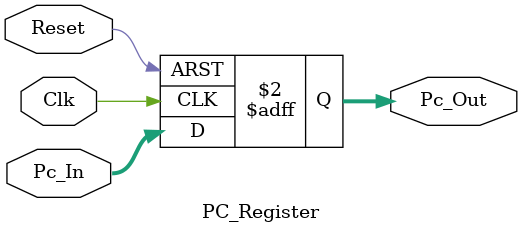
<source format=v>
`timescale 1ns / 1ps


module PC_Register(
input Clk, Reset,
input [31:0] Pc_In,
output reg [31:0] Pc_Out
); 
  
always @(posedge Clk, posedge Reset)
    if (Reset)
        Pc_Out <= 32'h00000000;
    else 
        Pc_Out <= Pc_In;
             
endmodule

</source>
